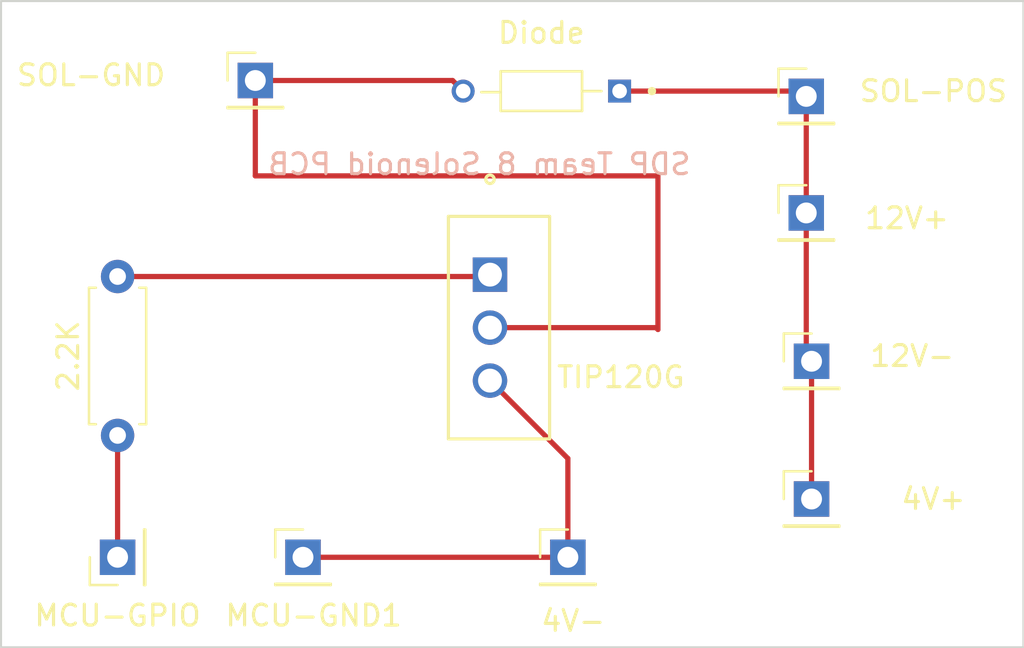
<source format=kicad_pcb>
(kicad_pcb (version 20221018) (generator pcbnew)
  (layers (0 "F.Cu" signal) (31 "B.Cu" signal) (34 "B.Paste" user) (35 "F.Paste" user) (36 "B.SilkS" user "B.Silkscreen") (37 "F.SilkS" user "F.Silkscreen") (38 "B.Mask" user) (39 "F.Mask" user) (44 "Edge.Cuts" user))
  (net 0 "")
  (net 1 "GND")
  (net 2 "Net-(12V+1-Pin_1)")
  (net 3 "Net-(MCU-GPIO1-Pin_1)")
  (net 4 "Net-(Q1-B)")
  (net 5 "Net-(Q1-C)")
  (footprint "Connector_PinHeader_2.54mm:PinHeader_1x01_P2.54mm_Vertical" (layer "F.Cu") (at 167.64 51.054)
    (fp_text reference "12V+" (at 4.826 0.254) (layer "F.SilkS"))
    (fp_text value "Conn_01x01_Pin" hide)
    (fp_line (start -1.33 -1.33) (end 0 -1.33) (stroke (width 0.12)) (layer "F.SilkS"))
    (fp_line (start -1.33 0) (end -1.33 -1.33) (stroke (width 0.12)) (layer "F.SilkS"))
    (fp_line (start -1.33 1.27) (end -1.33 1.33) (stroke (width 0.12)) (layer "F.SilkS"))
    (fp_line (start -1.33 1.27) (end 1.33 1.27) (stroke (width 0.12)) (layer "F.SilkS"))
    (fp_line (start -1.33 1.33) (end 1.33 1.33) (stroke (width 0.12)) (layer "F.SilkS"))
    (fp_line (start 1.33 1.27) (end 1.33 1.33) (stroke (width 0.12)) (layer "F.SilkS"))
    (pad "1" thru_hole rect (at 0 0) (size 1.7 1.7) (drill 1) (layers "*.Cu" "*.Mask") (net 2 "Net-(12V+1-Pin_1)"))
  )
  (footprint "Connector_PinHeader_2.54mm:PinHeader_1x01_P2.54mm_Vertical" (layer "F.Cu") (at 156.21 67.564)
    (fp_text reference "4V-" (at 0.254 3.048) (layer "F.SilkS"))
    (fp_text value "Conn_01x01_Pin" hide)
    (fp_line (start -1.33 -1.33) (end 0 -1.33) (stroke (width 0.12)) (layer "F.SilkS"))
    (fp_line (start -1.33 0) (end -1.33 -1.33) (stroke (width 0.12)) (layer "F.SilkS"))
    (fp_line (start -1.33 1.27) (end -1.33 1.33) (stroke (width 0.12)) (layer "F.SilkS"))
    (fp_line (start -1.33 1.27) (end 1.33 1.27) (stroke (width 0.12)) (layer "F.SilkS"))
    (fp_line (start -1.33 1.33) (end 1.33 1.33) (stroke (width 0.12)) (layer "F.SilkS"))
    (fp_line (start 1.33 1.27) (end 1.33 1.33) (stroke (width 0.12)) (layer "F.SilkS"))
    (pad "1" thru_hole rect (at 0 0) (size 1.7 1.7) (drill 1) (layers "*.Cu" "*.Mask") (net 1 "GND"))
  )
  (footprint "Connector_PinHeader_2.54mm:PinHeader_1x01_P2.54mm_Vertical" (layer "F.Cu") (at 167.894 58.166)
    (fp_text reference "12V-" (at 4.826 -0.254) (layer "F.SilkS"))
    (fp_text value "Conn_01x01_Pin" hide)
    (fp_line (start -1.33 -1.33) (end 0 -1.33) (stroke (width 0.12)) (layer "F.SilkS"))
    (fp_line (start -1.33 0) (end -1.33 -1.33) (stroke (width 0.12)) (layer "F.SilkS"))
    (fp_line (start -1.33 1.27) (end -1.33 1.33) (stroke (width 0.12)) (layer "F.SilkS"))
    (fp_line (start -1.33 1.27) (end 1.33 1.27) (stroke (width 0.12)) (layer "F.SilkS"))
    (fp_line (start -1.33 1.33) (end 1.33 1.33) (stroke (width 0.12)) (layer "F.SilkS"))
    (fp_line (start 1.33 1.27) (end 1.33 1.33) (stroke (width 0.12)) (layer "F.SilkS"))
    (pad "1" thru_hole rect (at 0 0) (size 1.7 1.7) (drill 1) (layers "*.Cu" "*.Mask") (net 2 "Net-(12V+1-Pin_1)"))
  )
  (footprint "1N4150 (1):DIOAD750W50L390D190" (layer "F.Cu") (at 154.94 45.212 180)
    (fp_text reference "Diode" (at 0 2.794) (layer "F.SilkS"))
    (fp_text value "1N4150" hide)
    (fp_line (start -1.95 -0.95) (end 1.95 -0.95) (stroke (width 0.127)) (layer "F.SilkS"))
    (fp_line (start -1.95 0) (end -2.88 0) (stroke (width 0.127)) (layer "F.SilkS"))
    (fp_line (start -1.95 0) (end -1.95 -0.95) (stroke (width 0.127)) (layer "F.SilkS"))
    (fp_line (start -1.95 0.95) (end -1.95 0) (stroke (width 0.127)) (layer "F.SilkS"))
    (fp_line (start 1.95 -0.95) (end 1.95 -0.05) (stroke (width 0.127)) (layer "F.SilkS"))
    (fp_line (start 1.95 -0.05) (end 1.95 0.95) (stroke (width 0.127)) (layer "F.SilkS"))
    (fp_line (start 1.95 -0.05) (end 2.88 -0.05) (stroke (width 0.127)) (layer "F.SilkS"))
    (fp_line (start 1.95 0.95) (end -1.95 0.95) (stroke (width 0.127)) (layer "F.SilkS"))
    (fp_circle (center -5.3 0) (end -5.2 0) (stroke (width 0.2)) (fill none) (layer "F.SilkS"))
    (pad "1" thru_hole rect (at -3.75 0 180) (size 1.1 1.1) (drill 0.7) (layers "*.Cu" "*.Mask") (net 2 "Net-(12V+1-Pin_1)"))
    (pad "2" thru_hole circle (at 3.75 0 180) (size 1.1 1.1) (drill 0.7) (layers "*.Cu" "*.Mask") (net 5 "Net-(Q1-C)"))
  )
  (footprint "Connector_PinHeader_2.54mm:PinHeader_1x01_P2.54mm_Vertical" (layer "F.Cu") (at 167.894 64.77)
    (fp_text reference "4V+" (at 5.842 0) (layer "F.SilkS"))
    (fp_text value "Conn_01x01_Pin" hide)
    (fp_line (start -1.33 -1.33) (end 0 -1.33) (stroke (width 0.12)) (layer "F.SilkS"))
    (fp_line (start -1.33 0) (end -1.33 -1.33) (stroke (width 0.12)) (layer "F.SilkS"))
    (fp_line (start -1.33 1.27) (end -1.33 1.33) (stroke (width 0.12)) (layer "F.SilkS"))
    (fp_line (start -1.33 1.27) (end 1.33 1.27) (stroke (width 0.12)) (layer "F.SilkS"))
    (fp_line (start -1.33 1.33) (end 1.33 1.33) (stroke (width 0.12)) (layer "F.SilkS"))
    (fp_line (start 1.33 1.27) (end 1.33 1.33) (stroke (width 0.12)) (layer "F.SilkS"))
    (pad "1" thru_hole rect (at 0 0) (size 1.7 1.7) (drill 1) (layers "*.Cu" "*.Mask") (net 2 "Net-(12V+1-Pin_1)"))
  )
  (footprint "Connector_PinHeader_2.54mm:PinHeader_1x01_P2.54mm_Vertical" (layer "F.Cu") (at 143.51 67.564)
    (fp_text reference "MCU-GND1" (at 0.508 2.794) (layer "F.SilkS"))
    (fp_text value "Conn_01x01_Pin" hide)
    (fp_line (start -1.33 -1.33) (end 0 -1.33) (stroke (width 0.12)) (layer "F.SilkS"))
    (fp_line (start -1.33 0) (end -1.33 -1.33) (stroke (width 0.12)) (layer "F.SilkS"))
    (fp_line (start -1.33 1.27) (end -1.33 1.33) (stroke (width 0.12)) (layer "F.SilkS"))
    (fp_line (start -1.33 1.27) (end 1.33 1.27) (stroke (width 0.12)) (layer "F.SilkS"))
    (fp_line (start -1.33 1.33) (end 1.33 1.33) (stroke (width 0.12)) (layer "F.SilkS"))
    (fp_line (start 1.33 1.27) (end 1.33 1.33) (stroke (width 0.12)) (layer "F.SilkS"))
    (pad "1" thru_hole rect (at 0 0) (size 1.7 1.7) (drill 1) (layers "*.Cu" "*.Mask") (net 1 "GND"))
  )
  (footprint "Resistor_THT:R_Axial_DIN0207_L6.3mm_D2.5mm_P7.62mm_Horizontal" (layer "F.Cu") (at 134.62 61.722 90)
    (fp_text reference "2.2K" (at 3.81 -2.37 90) (layer "F.SilkS"))
    (fp_text value "R" hide)
    (fp_line (start 0.54 -1.37) (end 7.08 -1.37) (stroke (width 0.12)) (layer "F.SilkS"))
    (fp_line (start 0.54 -1.04) (end 0.54 -1.37) (stroke (width 0.12)) (layer "F.SilkS"))
    (fp_line (start 0.54 1.04) (end 0.54 1.37) (stroke (width 0.12)) (layer "F.SilkS"))
    (fp_line (start 0.54 1.37) (end 7.08 1.37) (stroke (width 0.12)) (layer "F.SilkS"))
    (fp_line (start 7.08 -1.37) (end 7.08 -1.04) (stroke (width 0.12)) (layer "F.SilkS"))
    (fp_line (start 7.08 1.37) (end 7.08 1.04) (stroke (width 0.12)) (layer "F.SilkS"))
    (pad "1" thru_hole circle (at 0 0 90) (size 1.6 1.6) (drill 0.8) (layers "*.Cu" "*.Mask") (net 3 "Net-(MCU-GPIO1-Pin_1)"))
    (pad "2" thru_hole oval (at 7.62 0 90) (size 1.6 1.6) (drill 0.8) (layers "*.Cu" "*.Mask") (net 4 "Net-(Q1-B)"))
  )
  (footprint "Connector_PinHeader_2.54mm:PinHeader_1x01_P2.54mm_Vertical" (layer "F.Cu") (at 141.224 44.704)
    (fp_text reference "SOL-GND" (at -7.874 -0.254) (layer "F.SilkS"))
    (fp_text value "Conn_01x01_Pin" hide)
    (fp_line (start -1.33 -1.33) (end 0 -1.33) (stroke (width 0.12)) (layer "F.SilkS"))
    (fp_line (start -1.33 0) (end -1.33 -1.33) (stroke (width 0.12)) (layer "F.SilkS"))
    (fp_line (start -1.33 1.27) (end -1.33 1.33) (stroke (width 0.12)) (layer "F.SilkS"))
    (fp_line (start -1.33 1.27) (end 1.33 1.27) (stroke (width 0.12)) (layer "F.SilkS"))
    (fp_line (start -1.33 1.33) (end 1.33 1.33) (stroke (width 0.12)) (layer "F.SilkS"))
    (fp_line (start 1.33 1.27) (end 1.33 1.33) (stroke (width 0.12)) (layer "F.SilkS"))
    (pad "1" thru_hole rect (at 0 0) (size 1.7 1.7) (drill 1) (layers "*.Cu" "*.Mask") (net 5 "Net-(Q1-C)"))
  )
  (footprint "footprints:TO-220_STM" (layer "F.Cu") (at 152.4762 54.0131 -90)
    (fp_text reference "TIP120G" (at 4.9149 -6.2738 unlocked) (layer "F.SilkS"))
    (fp_text value "TIP120G")
    (fp_line (start -2.794 -2.8575) (end -2.794 1.9939) (stroke (width 0.1524)) (layer "F.SilkS"))
    (fp_line (start -2.794 1.9939) (end 7.874 1.9939) (stroke (width 0.1524)) (layer "F.SilkS"))
    (fp_line (start 7.874 -2.8575) (end -2.794 -2.8575) (stroke (width 0.1524)) (layer "F.SilkS"))
    (fp_line (start 7.874 1.9939) (end 7.874 -2.8575) (stroke (width 0.1524)) (layer "F.SilkS"))
    (fp_circle (center -4.572 0) (end -4.3688 0) (stroke (width 0.1524)) (fill none) (layer "F.SilkS"))
    (pad "1" thru_hole rect (at 0 0 270) (size 1.651 1.651) (drill 1.143) (layers "*.Cu" "*.Mask") (net 4 "Net-(Q1-B)"))
    (pad "2" thru_hole circle (at 2.54 0 270) (size 1.651 1.651) (drill 1.143) (layers "*.Cu" "*.Mask") (net 5 "Net-(Q1-C)"))
    (pad "3" thru_hole circle (at 5.08 0 270) (size 1.651 1.651) (drill 1.143) (layers "*.Cu" "*.Mask") (net 1 "GND"))
  )
  (footprint "Connector_PinHeader_2.54mm:PinHeader_1x01_P2.54mm_Vertical" (layer "F.Cu") (at 134.62 67.564 90)
    (fp_text reference "MCU-GPIO" (at -2.794 0 180) (layer "F.SilkS"))
    (fp_text value "Conn_01x01_Pin" hide)
    (fp_line (start -1.33 -1.33) (end 0 -1.33) (stroke (width 0.12)) (layer "F.SilkS"))
    (fp_line (start -1.33 0) (end -1.33 -1.33) (stroke (width 0.12)) (layer "F.SilkS"))
    (fp_line (start -1.33 1.27) (end -1.33 1.33) (stroke (width 0.12)) (layer "F.SilkS"))
    (fp_line (start -1.33 1.27) (end 1.33 1.27) (stroke (width 0.12)) (layer "F.SilkS"))
    (fp_line (start -1.33 1.33) (end 1.33 1.33) (stroke (width 0.12)) (layer "F.SilkS"))
    (fp_line (start 1.33 1.27) (end 1.33 1.33) (stroke (width 0.12)) (layer "F.SilkS"))
    (pad "1" thru_hole rect (at 0 0 90) (size 1.7 1.7) (drill 1) (layers "*.Cu" "*.Mask") (net 3 "Net-(MCU-GPIO1-Pin_1)"))
  )
  (footprint "Connector_PinHeader_2.54mm:PinHeader_1x01_P2.54mm_Vertical" (layer "F.Cu") (at 167.64 45.466)
    (fp_text reference "SOL-POS" (at 6.096 -0.254) (layer "F.SilkS"))
    (fp_text value "Conn_01x01_Pin" hide)
    (fp_line (start -1.33 -1.33) (end 0 -1.33) (stroke (width 0.12)) (layer "F.SilkS"))
    (fp_line (start -1.33 0) (end -1.33 -1.33) (stroke (width 0.12)) (layer "F.SilkS"))
    (fp_line (start -1.33 1.27) (end -1.33 1.33) (stroke (width 0.12)) (layer "F.SilkS"))
    (fp_line (start -1.33 1.27) (end 1.33 1.27) (stroke (width 0.12)) (layer "F.SilkS"))
    (fp_line (start -1.33 1.33) (end 1.33 1.33) (stroke (width 0.12)) (layer "F.SilkS"))
    (fp_line (start 1.33 1.27) (end 1.33 1.33) (stroke (width 0.12)) (layer "F.SilkS"))
    (pad "1" thru_hole rect (at 0 0) (size 1.7 1.7) (drill 1) (layers "*.Cu" "*.Mask") (net 2 "Net-(12V+1-Pin_1)"))
  )
  (gr_rect (start 129.032 40.894) (end 178.054 71.882) (stroke (width 0.1)) (fill none) (layer "Edge.Cuts"))
  (gr_text "SDP Team 8 Solenoid PCB\n" (at 162.18 49.3) (layer "B.SilkS") (effects (font (size 1 1)) (justify left bottom mirror)))
  (segment (start 143.51 67.564) (end 156.21 67.564) (width 0.25) (layer "F.Cu") (net 1))
  (segment (start 156.21 62.8269) (end 152.4762 59.0931) (width 0.25) (layer "F.Cu") (net 1))
  (segment (start 156.21 67.564) (end 156.21 62.8269) (width 0.25) (layer "F.Cu") (net 1))
  (segment (start 155.956 67.818) (end 156.21 67.564) (width 0.25) (layer "F.Cu") (net 1))
  (segment (start 167.894 58.166) (end 167.894 64.77) (width 0.25) (layer "F.Cu") (net 2))
  (segment (start 167.386 45.212) (end 167.64 45.466) (width 0.25) (layer "F.Cu") (net 2))
  (segment (start 167.64 57.912) (end 167.894 58.166) (width 0.25) (layer "F.Cu") (net 2))
  (segment (start 158.69 45.212) (end 167.386 45.212) (width 0.25) (layer "F.Cu") (net 2))
  (segment (start 167.64 51.054) (end 167.64 57.912) (width 0.25) (layer "F.Cu") (net 2))
  (segment (start 167.64 45.466) (end 167.64 51.054) (width 0.25) (layer "F.Cu") (net 2))
  (segment (start 134.62 67.564) (end 134.62 61.722) (width 0.25) (layer "F.Cu") (net 3))
  (segment (start 134.366 61.976) (end 134.62 61.722) (width 0.25) (layer "F.Cu") (net 3))
  (segment (start 152.3873 54.102) (end 152.4762 54.0131) (width 0.25) (layer "F.Cu") (net 4))
  (segment (start 134.62 54.102) (end 152.3873 54.102) (width 0.25) (layer "F.Cu") (net 4))
  (segment (start 160.528 49.276) (end 141.224 49.276) (width 0.25) (layer "F.Cu") (net 5))
  (segment (start 152.4762 56.5531) (end 160.4391 56.5531) (width 0.25) (layer "F.Cu") (net 5))
  (segment (start 150.682 44.704) (end 151.19 45.212) (width 0.25) (layer "F.Cu") (net 5))
  (segment (start 160.528 56.642) (end 160.528 49.276) (width 0.25) (layer "F.Cu") (net 5))
  (segment (start 160.4391 56.5531) (end 160.528 56.642) (width 0.25) (layer "F.Cu") (net 5))
  (segment (start 141.224 49.276) (end 141.224 44.704) (width 0.25) (layer "F.Cu") (net 5))
  (segment (start 141.224 44.704) (end 150.682 44.704) (width 0.25) (layer "F.Cu") (net 5))
)
</source>
